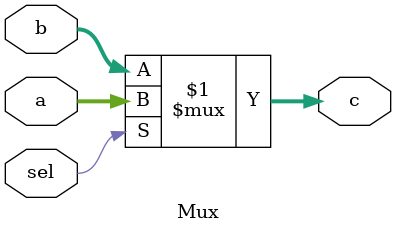
<source format=v>
`timescale 1ns / 1ps
module Mux(
input [31:0] a,
input [31:0] b,
input sel,
output [31:0] c
    );
assign c = sel?a:b;  //selÎª1 Êä³öÎªa ·ñÔòÎªb

endmodule

</source>
